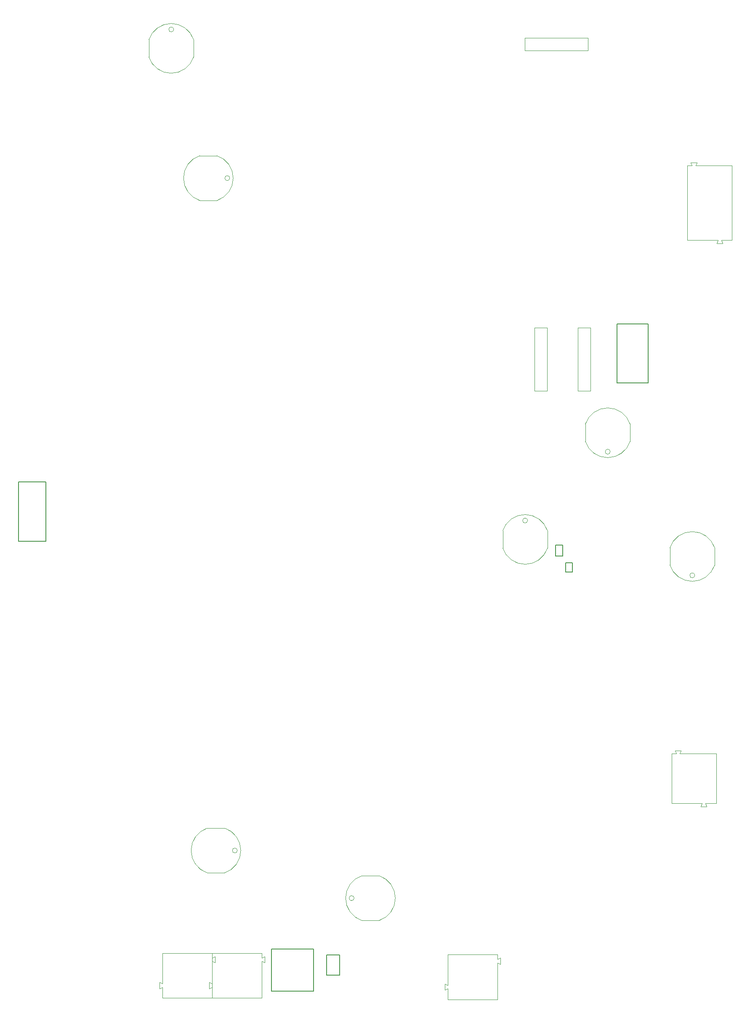
<source format=gbr>
%TF.GenerationSoftware,Altium Limited,Altium Designer,21.6.4 (81)*%
G04 Layer_Color=32768*
%FSLAX43Y43*%
%MOMM*%
%TF.SameCoordinates,B094594F-E5AE-4C03-B854-EF891E02AD71*%
%TF.FilePolarity,Positive*%
%TF.FileFunction,Other,Top_3D_Body*%
%TF.Part,Single*%
G01*
G75*
%TA.AperFunction,NonConductor*%
%ADD156C,0.200*%
%ADD207C,0.100*%
D156*
X221450Y126100D02*
X227700D01*
Y137950D01*
X221450D02*
X227700D01*
X221450Y126100D02*
Y137950D01*
X211100Y89925D02*
X212450D01*
X211100Y88125D02*
Y89925D01*
Y88125D02*
X212450D01*
Y89925D01*
X163000Y7075D02*
Y11175D01*
X165600D01*
Y7075D02*
Y11175D01*
X163000Y7075D02*
X165600D01*
X209075Y91300D02*
X210525D01*
Y93500D01*
X209075D02*
X210525D01*
X209075Y91300D02*
Y93500D01*
X101001Y106250D02*
X106501D01*
X101001Y94250D02*
Y106250D01*
Y94250D02*
X106501D01*
Y106250D01*
X151875Y12350D02*
X160375D01*
X151875Y3850D02*
Y12350D01*
Y3850D02*
X160375D01*
Y12350D01*
D207*
X127254Y191603D02*
G03*
X136254Y191603I4500J1490D01*
G01*
Y195103D02*
G03*
X127254Y195103I-4500J-1490D01*
G01*
X132254Y197153D02*
G03*
X132254Y197153I-500J0D01*
G01*
X145050Y32125D02*
G03*
X145050Y32125I-500J0D01*
G01*
X142500Y27625D02*
G03*
X142500Y36625I-1490J4500D01*
G01*
X139000D02*
G03*
X139000Y27625I1490J-4500D01*
G01*
X143525Y167275D02*
G03*
X143525Y167275I-500J0D01*
G01*
X140975Y162775D02*
G03*
X140975Y171775I-1490J4500D01*
G01*
X137475D02*
G03*
X137475Y162775I1490J-4500D01*
G01*
X241075Y92975D02*
G03*
X232075Y92975I-4500J-1490D01*
G01*
Y89475D02*
G03*
X241075Y89475I4500J1490D01*
G01*
X237075Y87425D02*
G03*
X237075Y87425I-500J0D01*
G01*
X220064Y112286D02*
G03*
X220064Y112286I-500J0D01*
G01*
X215064Y114336D02*
G03*
X224064Y114336I4500J1490D01*
G01*
Y117836D02*
G03*
X215064Y117836I-4500J-1490D01*
G01*
X198443Y92900D02*
G03*
X207443Y92900I4500J1490D01*
G01*
Y96400D02*
G03*
X198443Y96400I-4500J-1490D01*
G01*
X203443Y98450D02*
G03*
X203443Y98450I-500J0D01*
G01*
X168539Y22550D02*
G03*
X168539Y22550I-500J0D01*
G01*
X170089Y27050D02*
G03*
X170089Y18050I1490J-4500D01*
G01*
X173589D02*
G03*
X173589Y27050I-1490J4500D01*
G01*
X241475Y154175D02*
X241725Y154775D01*
X242425D02*
X242675Y154175D01*
X241475D02*
X242675D01*
X235575Y154775D02*
X241725D01*
X242425D02*
X244575D01*
Y169775D01*
X235575Y154775D02*
Y169775D01*
X237225D02*
X244575D01*
X235575D02*
X236525D01*
X236275Y170375D02*
X236525Y169775D01*
X236275Y170375D02*
X237475D01*
X237225Y169775D02*
X237475Y170375D01*
X127254Y191603D02*
Y195103D01*
X136254Y191603D02*
Y195103D01*
X139000Y27625D02*
X142500D01*
X139000Y36625D02*
X142500D01*
X137475Y162775D02*
X140975D01*
X137475Y171775D02*
X140975D01*
X241075Y89475D02*
Y92975D01*
X232075Y89475D02*
Y92975D01*
X215064Y114336D02*
Y117836D01*
X224064Y114336D02*
Y117836D01*
X198443Y92900D02*
Y96400D01*
X207443Y92900D02*
Y96400D01*
X170089Y27050D02*
X173589D01*
X170089Y18050D02*
X173589D01*
X140000Y9850D02*
X140600Y9600D01*
Y10800D01*
X140000Y10550D02*
X140600Y10800D01*
X129400Y5600D02*
X130000Y5350D01*
X129400Y4400D02*
X130000Y4650D01*
X129400Y4400D02*
Y5600D01*
X130000Y5350D02*
Y11500D01*
Y2500D02*
Y4650D01*
Y2500D02*
X140000D01*
X130000Y11500D02*
X140000D01*
Y10550D02*
Y11500D01*
Y2500D02*
Y9850D01*
X216104Y124509D02*
Y137209D01*
X213564Y124509D02*
Y137209D01*
X216104D01*
X213564Y124509D02*
X216104D01*
X202865Y192947D02*
Y195487D01*
X215565Y192947D02*
Y195487D01*
X202865D02*
X215565D01*
X202865Y192947D02*
X215565D01*
X204850Y124530D02*
X207390D01*
X204850Y137230D02*
X207390D01*
X204850Y124530D02*
Y137230D01*
X207390Y124530D02*
Y137230D01*
X197375Y2200D02*
Y9550D01*
Y10250D02*
Y11200D01*
X187375D02*
X197375D01*
X187375Y2200D02*
X197375D01*
X187375D02*
Y4350D01*
Y5050D02*
Y11200D01*
X186775Y4100D02*
Y5300D01*
Y4100D02*
X187375Y4350D01*
X186775Y5300D02*
X187375Y5050D01*
X197375Y10250D02*
X197975Y10500D01*
Y9300D02*
Y10500D01*
X197375Y9550D02*
X197975Y9300D01*
X234050Y51575D02*
X241400D01*
X232400D02*
X233350D01*
X232400Y41575D02*
Y51575D01*
X241400Y41575D02*
Y51575D01*
X239250Y41575D02*
X241400D01*
X232400D02*
X238550D01*
X238300Y40975D02*
X239500D01*
X239250Y41575D02*
X239500Y40975D01*
X238300D02*
X238550Y41575D01*
X233100Y52175D02*
X233350Y51575D01*
X233100Y52175D02*
X234300D01*
X234050Y51575D02*
X234300Y52175D01*
X150000Y9850D02*
X150600Y9600D01*
Y10800D01*
X150000Y10550D02*
X150600Y10800D01*
X139400Y5600D02*
X140000Y5350D01*
X139400Y4400D02*
X140000Y4650D01*
X139400Y4400D02*
Y5600D01*
X140000Y5350D02*
Y11500D01*
Y2500D02*
Y4650D01*
Y2500D02*
X150000D01*
X140000Y11500D02*
X150000D01*
Y10550D02*
Y11500D01*
Y2500D02*
Y9850D01*
%TF.MD5,15f07ed640352117337be25b658826b3*%
M02*

</source>
